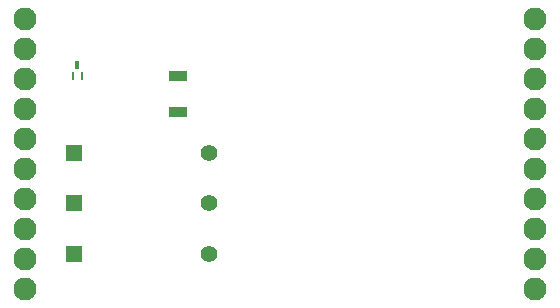
<source format=gbr>
%TF.GenerationSoftware,KiCad,Pcbnew,8.0.8*%
%TF.CreationDate,2025-02-16T23:45:18-05:00*%
%TF.ProjectId,VCU Charge Mode Signal Module V2.0,56435520-4368-4617-9267-65204d6f6465,rev?*%
%TF.SameCoordinates,Original*%
%TF.FileFunction,Soldermask,Top*%
%TF.FilePolarity,Negative*%
%FSLAX46Y46*%
G04 Gerber Fmt 4.6, Leading zero omitted, Abs format (unit mm)*
G04 Created by KiCad (PCBNEW 8.0.8) date 2025-02-16 23:45:18*
%MOMM*%
%LPD*%
G01*
G04 APERTURE LIST*
%ADD10R,1.397000X1.397000*%
%ADD11C,1.397000*%
%ADD12C,1.954000*%
%ADD13R,1.600200X0.863600*%
%ADD14R,0.279400X0.660400*%
%ADD15R,0.381000X0.660400*%
G04 APERTURE END LIST*
D10*
%TO.C,R2*%
X26670000Y-38123400D03*
D11*
X38100000Y-38123400D03*
%TD*%
D10*
%TO.C,R3*%
X26670000Y-42400000D03*
D11*
X38100000Y-42400000D03*
%TD*%
D12*
%TO.C,J1*%
X22550000Y-22550000D03*
X22550000Y-25090000D03*
X22550000Y-27630000D03*
X22550000Y-30170000D03*
X22550000Y-32710000D03*
X22550000Y-35250000D03*
X22550000Y-37790000D03*
X22550000Y-40330000D03*
X22550000Y-42870000D03*
X22550000Y-45410000D03*
%TD*%
D13*
%TO.C,D1*%
X35500000Y-30400000D03*
X35500000Y-27352000D03*
%TD*%
D10*
%TO.C,R1*%
X26670000Y-33846800D03*
D11*
X38100000Y-33846800D03*
%TD*%
D14*
%TO.C,Q1*%
X26600000Y-27400000D03*
X27400100Y-27400000D03*
D15*
X27000050Y-26409400D03*
%TD*%
D12*
%TO.C,J1*%
X65730000Y-22550000D03*
X65730000Y-25090000D03*
X65730000Y-27630000D03*
X65730000Y-30170000D03*
X65730000Y-32710000D03*
X65730000Y-35250000D03*
X65730000Y-37790000D03*
X65730000Y-40330000D03*
X65730000Y-42870000D03*
X65730000Y-45410000D03*
%TD*%
M02*

</source>
